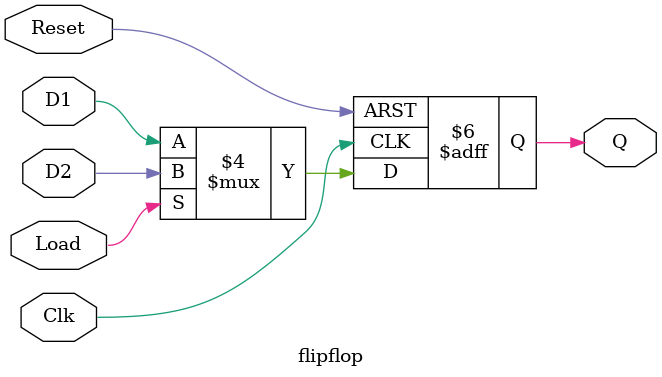
<source format=sv>
module flipflop(input logic Clk, Load, Reset, D1, D2,
					 output logic Q);

always_ff @ (posedge Reset or posedge Clk)
begin
	if(Reset)
		Q<=1'b0;
	else
		if(~Load)
			Q<=D1;
		else
			Q<=D2;
end
endmodule

</source>
